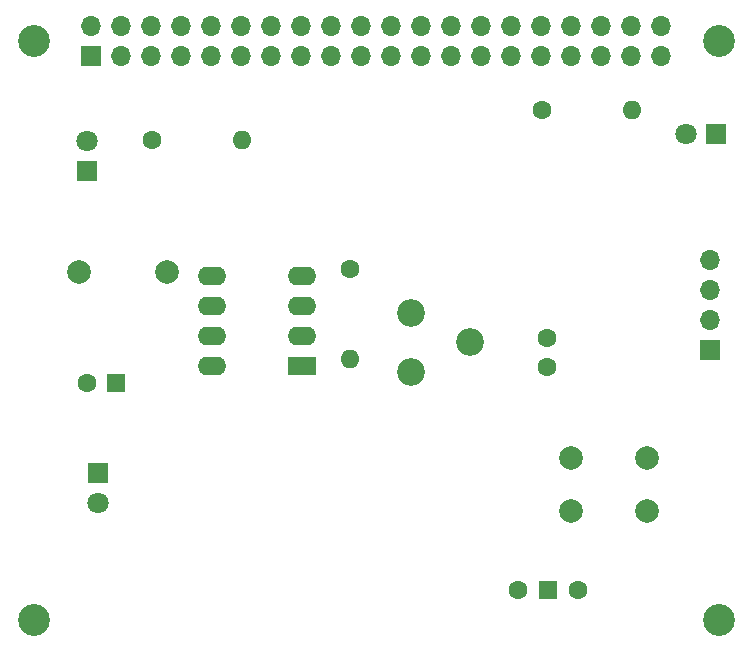
<source format=gbs>
%TF.GenerationSoftware,KiCad,Pcbnew,8.0.8*%
%TF.CreationDate,2025-05-07T16:47:24+03:00*%
%TF.ProjectId,Adacel,41646163-656c-42e6-9b69-6361645f7063,rev?*%
%TF.SameCoordinates,Original*%
%TF.FileFunction,Soldermask,Bot*%
%TF.FilePolarity,Negative*%
%FSLAX46Y46*%
G04 Gerber Fmt 4.6, Leading zero omitted, Abs format (unit mm)*
G04 Created by KiCad (PCBNEW 8.0.8) date 2025-05-07 16:47:24*
%MOMM*%
%LPD*%
G01*
G04 APERTURE LIST*
%ADD10C,2.700000*%
%ADD11R,1.800000X1.800000*%
%ADD12C,1.800000*%
%ADD13C,1.600000*%
%ADD14O,1.600000X1.600000*%
%ADD15C,2.000000*%
%ADD16R,1.600000X1.600000*%
%ADD17R,2.400000X1.600000*%
%ADD18O,2.400000X1.600000*%
%ADD19C,2.340000*%
%ADD20R,1.500000X1.500000*%
%ADD21R,1.700000X1.700000*%
%ADD22O,1.700000X1.700000*%
G04 APERTURE END LIST*
D10*
X161500000Y-47500000D03*
D11*
X108966000Y-84074000D03*
D12*
X108966000Y-86614000D03*
D13*
X113538000Y-55880000D03*
D14*
X121158000Y-55880000D03*
D11*
X161295000Y-55372000D03*
D12*
X158755000Y-55372000D03*
D13*
X146939000Y-72644000D03*
X146939000Y-75144000D03*
D10*
X103500000Y-96500000D03*
D11*
X108000000Y-58540000D03*
D12*
X108000000Y-56000000D03*
D10*
X103500000Y-47500000D03*
D15*
X107308000Y-67056000D03*
X114808000Y-67056000D03*
D16*
X110490000Y-76500000D03*
D13*
X107990000Y-76500000D03*
D17*
X126238000Y-75040000D03*
D18*
X126238000Y-72500000D03*
X126238000Y-69960000D03*
X126238000Y-67420000D03*
X118618000Y-67420000D03*
X118618000Y-69960000D03*
X118618000Y-72500000D03*
X118618000Y-75040000D03*
D10*
X161500000Y-96500000D03*
D13*
X130302000Y-66802000D03*
D14*
X130302000Y-74422000D03*
D19*
X135462000Y-75525000D03*
X140462000Y-73025000D03*
X135462000Y-70525000D03*
D13*
X144526000Y-93980000D03*
D20*
X147066000Y-93980000D03*
D13*
X149606000Y-93980000D03*
D15*
X155448000Y-87304000D03*
X148948000Y-87304000D03*
X155448000Y-82804000D03*
X148948000Y-82804000D03*
D21*
X160782000Y-73660000D03*
D22*
X160782000Y-71120000D03*
X160782000Y-68580000D03*
X160782000Y-66040000D03*
D13*
X146558000Y-53340000D03*
D14*
X154178000Y-53340000D03*
D21*
X108370000Y-48770000D03*
D22*
X108370000Y-46230000D03*
X110910000Y-48770000D03*
X110910000Y-46230000D03*
X113450000Y-48770000D03*
X113450000Y-46230000D03*
X115990000Y-48770000D03*
X115990000Y-46230000D03*
X118530000Y-48770000D03*
X118530000Y-46230000D03*
X121070000Y-48770000D03*
X121070000Y-46230000D03*
X123610000Y-48770000D03*
X123610000Y-46230000D03*
X126150000Y-48770000D03*
X126150000Y-46230000D03*
X128690000Y-48770000D03*
X128690000Y-46230000D03*
X131230000Y-48770000D03*
X131230000Y-46230000D03*
X133770000Y-48770000D03*
X133770000Y-46230000D03*
X136310000Y-48770000D03*
X136310000Y-46230000D03*
X138850000Y-48770000D03*
X138850000Y-46230000D03*
X141390000Y-48770000D03*
X141390000Y-46230000D03*
X143930000Y-48770000D03*
X143930000Y-46230000D03*
X146470000Y-48770000D03*
X146470000Y-46230000D03*
X149010000Y-48770000D03*
X149010000Y-46230000D03*
X151550000Y-48770000D03*
X151550000Y-46230000D03*
X154090000Y-48770000D03*
X154090000Y-46230000D03*
X156630000Y-48770000D03*
X156630000Y-46230000D03*
M02*

</source>
